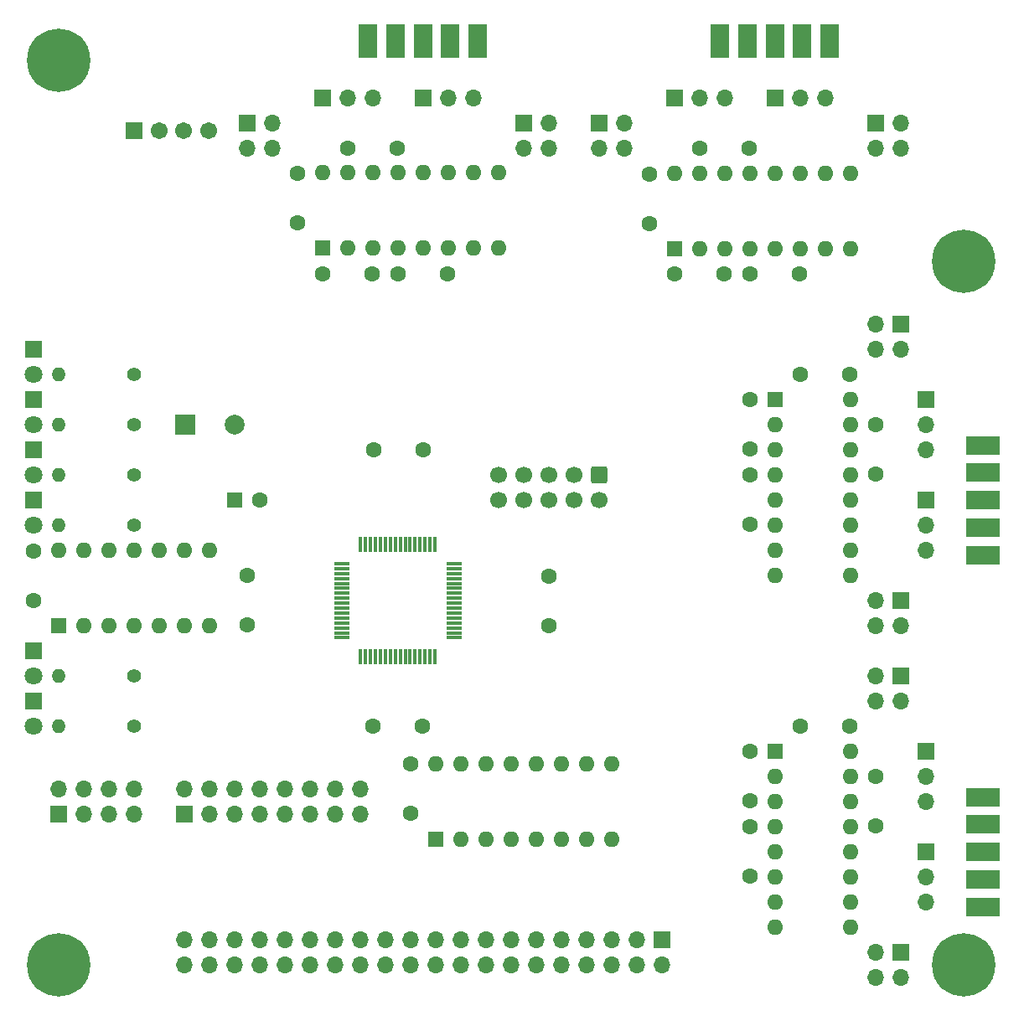
<source format=gts>
G04 #@! TF.GenerationSoftware,KiCad,Pcbnew,8.0.4*
G04 #@! TF.CreationDate,2024-09-22T21:35:36-05:00*
G04 #@! TF.ProjectId,QuadCom_8b,51756164-436f-46d5-9f38-622e6b696361,rev?*
G04 #@! TF.SameCoordinates,Original*
G04 #@! TF.FileFunction,Soldermask,Top*
G04 #@! TF.FilePolarity,Negative*
%FSLAX46Y46*%
G04 Gerber Fmt 4.6, Leading zero omitted, Abs format (unit mm)*
G04 Created by KiCad (PCBNEW 8.0.4) date 2024-09-22 21:35:36*
%MOMM*%
%LPD*%
G01*
G04 APERTURE LIST*
G04 Aperture macros list*
%AMRoundRect*
0 Rectangle with rounded corners*
0 $1 Rounding radius*
0 $2 $3 $4 $5 $6 $7 $8 $9 X,Y pos of 4 corners*
0 Add a 4 corners polygon primitive as box body*
4,1,4,$2,$3,$4,$5,$6,$7,$8,$9,$2,$3,0*
0 Add four circle primitives for the rounded corners*
1,1,$1+$1,$2,$3*
1,1,$1+$1,$4,$5*
1,1,$1+$1,$6,$7*
1,1,$1+$1,$8,$9*
0 Add four rect primitives between the rounded corners*
20,1,$1+$1,$2,$3,$4,$5,0*
20,1,$1+$1,$4,$5,$6,$7,0*
20,1,$1+$1,$6,$7,$8,$9,0*
20,1,$1+$1,$8,$9,$2,$3,0*%
G04 Aperture macros list end*
%ADD10C,0.800000*%
%ADD11C,6.400000*%
%ADD12R,1.700000X1.700000*%
%ADD13O,1.700000X1.700000*%
%ADD14R,1.600000X1.600000*%
%ADD15O,1.600000X1.600000*%
%ADD16C,1.400000*%
%ADD17O,1.400000X1.400000*%
%ADD18C,1.600000*%
%ADD19RoundRect,0.250000X-0.600000X0.600000X-0.600000X-0.600000X0.600000X-0.600000X0.600000X0.600000X0*%
%ADD20C,1.700000*%
%ADD21R,1.800000X1.800000*%
%ADD22C,1.800000*%
%ADD23R,3.480000X1.846667*%
%ADD24R,2.000000X2.000000*%
%ADD25C,2.000000*%
%ADD26R,1.846667X3.480000*%
%ADD27RoundRect,0.102000X0.754000X0.754000X-0.754000X0.754000X-0.754000X-0.754000X0.754000X-0.754000X0*%
%ADD28C,1.712000*%
%ADD29RoundRect,0.075000X0.075000X-0.700000X0.075000X0.700000X-0.075000X0.700000X-0.075000X-0.700000X0*%
%ADD30RoundRect,0.075000X0.700000X-0.075000X0.700000X0.075000X-0.700000X0.075000X-0.700000X-0.075000X0*%
G04 APERTURE END LIST*
D10*
X169050000Y-52070000D03*
X169752944Y-50372944D03*
X169752944Y-53767056D03*
X171450000Y-49670000D03*
D11*
X171450000Y-52070000D03*
D10*
X171450000Y-54470000D03*
X173147056Y-50372944D03*
X173147056Y-53767056D03*
X173850000Y-52070000D03*
D12*
X167640000Y-66040000D03*
D13*
X167640000Y-68580000D03*
X167640000Y-71120000D03*
D12*
X99060000Y-38100000D03*
D13*
X101600000Y-38100000D03*
X99060000Y-40640000D03*
X101600000Y-40640000D03*
D14*
X80010000Y-88900000D03*
D15*
X82550000Y-88900000D03*
X85089999Y-88900000D03*
X87630000Y-88900000D03*
X90170000Y-88900000D03*
X92710000Y-88900000D03*
X95250000Y-88900000D03*
X95250000Y-81280000D03*
X92710000Y-81280000D03*
X90170000Y-81280000D03*
X87630000Y-81280000D03*
X85090000Y-81280000D03*
X82550000Y-81280000D03*
X80010000Y-81280000D03*
D16*
X87630000Y-68580000D03*
D17*
X80010000Y-68580000D03*
D12*
X116840000Y-35560000D03*
D13*
X119380000Y-35560000D03*
X121919999Y-35560000D03*
D18*
X129540000Y-88900000D03*
X129540000Y-83900000D03*
X162550000Y-104140000D03*
X162550000Y-109140000D03*
X115570000Y-102870000D03*
X115570000Y-107870000D03*
D19*
X134620000Y-73660000D03*
D20*
X134620000Y-76200000D03*
X132080000Y-73660000D03*
X132080000Y-76200000D03*
X129540000Y-73660000D03*
X129540000Y-76200000D03*
X127000000Y-73660000D03*
X127000000Y-76200000D03*
X124460000Y-73660000D03*
X124460000Y-76200000D03*
D10*
X169050000Y-123190000D03*
X169752944Y-121492944D03*
X169752944Y-124887056D03*
X171450000Y-120790000D03*
D11*
X171450000Y-123190000D03*
D10*
X171450000Y-125590000D03*
X173147056Y-121492944D03*
X173147056Y-124887056D03*
X173850000Y-123190000D03*
D14*
X152400000Y-101600000D03*
D15*
X152400000Y-104140000D03*
X152400000Y-106679999D03*
X152400000Y-109220000D03*
X152400000Y-111760000D03*
X152400000Y-114300000D03*
X152400000Y-116840000D03*
X152400000Y-119380001D03*
X160020000Y-119380000D03*
X160020000Y-116840000D03*
X160020000Y-114300000D03*
X160020000Y-111760000D03*
X160020000Y-109220000D03*
X160020000Y-106680000D03*
X160020000Y-104140000D03*
X160020000Y-101600000D03*
D21*
X77470000Y-91440000D03*
D22*
X77470000Y-93980000D03*
D12*
X167640000Y-101600000D03*
D13*
X167640000Y-104140000D03*
X167640000Y-106680000D03*
D18*
X111680000Y-53340000D03*
X106680000Y-53340000D03*
D12*
X92710000Y-107950000D03*
D13*
X92710000Y-105410000D03*
X95250000Y-107950000D03*
X95250000Y-105410000D03*
X97789999Y-107950000D03*
X97790000Y-105410000D03*
X100330000Y-107950000D03*
X100330000Y-105410000D03*
X102870000Y-107950000D03*
X102870000Y-105410000D03*
X105410000Y-107950000D03*
X105410000Y-105410000D03*
X107950000Y-107950000D03*
X107950000Y-105410000D03*
X110490001Y-107950000D03*
X110490000Y-105410000D03*
D12*
X152400000Y-35560000D03*
D13*
X154940000Y-35560000D03*
X157479999Y-35560000D03*
D21*
X77470000Y-66040000D03*
D22*
X77470000Y-68580000D03*
D23*
X173377500Y-117300001D03*
X173377500Y-114530000D03*
X173377500Y-111760000D03*
X173377500Y-108990000D03*
X173377500Y-106219999D03*
D14*
X118110000Y-110490000D03*
D15*
X120650000Y-110490000D03*
X123189999Y-110490000D03*
X125730000Y-110490000D03*
X128270000Y-110490000D03*
X130810000Y-110490000D03*
X133350000Y-110490000D03*
X135890001Y-110490000D03*
X135890000Y-102870000D03*
X133350000Y-102870000D03*
X130810000Y-102870000D03*
X128270000Y-102870000D03*
X125730000Y-102870000D03*
X123190000Y-102870000D03*
X120650000Y-102870000D03*
X118110000Y-102870000D03*
D12*
X106680000Y-35560000D03*
D13*
X109220000Y-35560000D03*
X111759999Y-35560000D03*
D24*
X92790000Y-68580000D03*
D25*
X97790000Y-68580000D03*
D26*
X122380001Y-29822500D03*
X119610000Y-29822500D03*
X116840000Y-29822500D03*
X114070000Y-29822500D03*
X111299999Y-29822500D03*
D18*
X162550000Y-68580000D03*
X162550000Y-73580000D03*
D21*
X77470000Y-60960000D03*
D22*
X77470000Y-63500000D03*
D16*
X87630000Y-78740000D03*
D17*
X80010000Y-78740000D03*
D16*
X87630000Y-63500000D03*
D17*
X80010000Y-63500000D03*
D21*
X77470000Y-76200000D03*
D22*
X77470000Y-78740000D03*
D12*
X165100000Y-93980000D03*
D13*
X165100000Y-96520000D03*
X162560000Y-93980000D03*
X162560000Y-96520000D03*
D10*
X77610000Y-123190000D03*
X78312944Y-121492944D03*
X78312944Y-124887056D03*
X80010000Y-120790000D03*
D11*
X80010000Y-123190000D03*
D10*
X80010000Y-125590000D03*
X81707056Y-121492944D03*
X81707056Y-124887056D03*
X82410000Y-123190000D03*
D18*
X147240000Y-53340000D03*
X142240000Y-53340000D03*
D12*
X80010000Y-107950000D03*
D13*
X80010000Y-105410000D03*
X82550000Y-107950000D03*
X82550000Y-105410000D03*
X85089999Y-107950000D03*
X85090000Y-105410000D03*
X87630000Y-107950000D03*
X87630000Y-105410000D03*
D12*
X134620000Y-38100000D03*
D13*
X137160000Y-38100000D03*
X134620000Y-40640000D03*
X137160000Y-40640000D03*
D18*
X149850000Y-71040000D03*
X149850000Y-66040000D03*
D12*
X165100000Y-121920000D03*
D13*
X165100000Y-124460000D03*
X162560000Y-121920000D03*
X162560000Y-124460000D03*
D12*
X167640000Y-111760000D03*
D13*
X167640000Y-114300000D03*
X167640000Y-116840000D03*
D12*
X127000000Y-38100000D03*
D13*
X129540000Y-38100000D03*
X127000000Y-40640000D03*
X129540000Y-40640000D03*
D27*
X87690000Y-38839999D03*
D28*
X90190000Y-38839999D03*
X92690000Y-38839999D03*
X95190000Y-38839999D03*
D18*
X104140000Y-48180000D03*
X104140000Y-43180000D03*
D12*
X142240000Y-35560000D03*
D13*
X144780000Y-35560000D03*
X147319999Y-35560000D03*
D18*
X154970000Y-99045000D03*
X159970000Y-99045000D03*
D14*
X142240000Y-50800000D03*
D15*
X144780000Y-50800000D03*
X147319999Y-50800000D03*
X149860000Y-50800000D03*
X152400000Y-50800000D03*
X154940000Y-50800000D03*
X157480000Y-50800000D03*
X160020001Y-50800000D03*
X160020000Y-43180000D03*
X157480000Y-43180000D03*
X154940000Y-43180000D03*
X152400000Y-43180000D03*
X149860000Y-43180000D03*
X147320000Y-43180000D03*
X144780000Y-43180000D03*
X142240000Y-43180000D03*
D12*
X162560000Y-38100000D03*
D13*
X165100000Y-38100000D03*
X162560000Y-40640000D03*
X165100000Y-40640000D03*
D18*
X139700000Y-48220000D03*
X139700000Y-43220000D03*
X119300000Y-53340000D03*
X114300000Y-53340000D03*
D16*
X87630000Y-73660000D03*
D17*
X80010000Y-73660000D03*
D14*
X97830000Y-76200000D03*
D18*
X100330000Y-76200000D03*
D12*
X167640000Y-76200000D03*
D13*
X167640000Y-78740000D03*
X167640000Y-81280000D03*
D26*
X157940001Y-29822500D03*
X155170000Y-29822500D03*
X152400000Y-29822500D03*
X149630000Y-29822500D03*
X146859999Y-29822500D03*
D18*
X109220000Y-40640000D03*
X114220000Y-40640000D03*
X154860000Y-53340000D03*
X149860000Y-53340000D03*
D12*
X165100000Y-86360000D03*
D13*
X165100000Y-88900000D03*
X162560000Y-86360000D03*
X162560000Y-88900000D03*
D16*
X87630000Y-99060000D03*
D17*
X80010000Y-99060000D03*
D14*
X152400000Y-66040000D03*
D15*
X152400000Y-68580000D03*
X152400000Y-71119999D03*
X152400000Y-73660000D03*
X152400000Y-76200000D03*
X152400000Y-78740000D03*
X152400000Y-81280000D03*
X152400000Y-83820001D03*
X160020000Y-83820000D03*
X160020000Y-81280000D03*
X160020000Y-78740000D03*
X160020000Y-76200000D03*
X160020000Y-73660000D03*
X160020000Y-71120000D03*
X160020000Y-68580000D03*
X160020000Y-66040000D03*
D12*
X140970000Y-120650000D03*
D13*
X140970000Y-123190000D03*
X138430000Y-120650000D03*
X138430000Y-123190000D03*
X135890001Y-120650000D03*
X135890000Y-123190000D03*
X133350000Y-120650000D03*
X133350000Y-123190000D03*
X130810000Y-120650000D03*
X130810000Y-123190000D03*
X128270000Y-120650000D03*
X128270000Y-123190000D03*
X125730000Y-120650000D03*
X125730000Y-123190000D03*
X123189999Y-120650000D03*
X123190000Y-123190000D03*
X120650000Y-120650000D03*
X120650000Y-123190000D03*
X118110000Y-120650000D03*
X118110000Y-123190000D03*
X115570000Y-120650000D03*
X115570000Y-123190000D03*
X113030001Y-120650000D03*
X113030000Y-123190000D03*
X110490000Y-120650000D03*
X110490000Y-123190000D03*
X107950000Y-120650000D03*
X107950000Y-123190000D03*
X105410000Y-120650000D03*
X105410000Y-123190000D03*
X102870001Y-120650000D03*
X102870000Y-123190000D03*
X100329999Y-120650000D03*
X100330000Y-123190000D03*
X97790000Y-120650000D03*
X97790000Y-123190000D03*
X95250000Y-120650000D03*
X95250000Y-123190000D03*
X92710000Y-120650000D03*
X92710000Y-123190000D03*
D21*
X77470000Y-96520000D03*
D22*
X77470000Y-99060000D03*
D18*
X149850000Y-106600000D03*
X149850000Y-101600000D03*
X149850000Y-114220000D03*
X149850000Y-109220000D03*
D29*
X110550001Y-92035000D03*
X111050000Y-92035000D03*
X111550000Y-92035000D03*
X112050000Y-92035000D03*
X112550000Y-92035000D03*
X113050001Y-92035000D03*
X113550000Y-92035000D03*
X114050000Y-92035000D03*
X114550000Y-92035000D03*
X115050000Y-92035000D03*
X115549999Y-92035000D03*
X116050000Y-92035000D03*
X116550000Y-92035000D03*
X117050000Y-92035000D03*
X117550000Y-92035000D03*
X118049999Y-92035000D03*
D30*
X119975000Y-90109999D03*
X119975000Y-89610000D03*
X119975000Y-89110000D03*
X119975000Y-88610000D03*
X119975000Y-88110000D03*
X119975000Y-87609999D03*
X119975000Y-87110000D03*
X119975000Y-86610000D03*
X119975000Y-86110000D03*
X119975000Y-85610000D03*
X119975000Y-85110001D03*
X119975000Y-84610000D03*
X119975000Y-84110000D03*
X119975000Y-83610000D03*
X119975000Y-83110000D03*
X119975000Y-82610001D03*
D29*
X118049999Y-80685000D03*
X117550000Y-80685000D03*
X117050000Y-80685000D03*
X116550000Y-80685000D03*
X116050000Y-80685000D03*
X115549999Y-80685000D03*
X115050000Y-80685000D03*
X114550000Y-80685000D03*
X114050000Y-80685000D03*
X113550000Y-80685000D03*
X113050001Y-80685000D03*
X112550000Y-80685000D03*
X112050000Y-80685000D03*
X111550000Y-80685000D03*
X111050000Y-80685000D03*
X110550001Y-80685000D03*
D30*
X108625000Y-82610001D03*
X108625000Y-83110000D03*
X108625000Y-83610000D03*
X108625000Y-84110000D03*
X108625000Y-84610000D03*
X108625000Y-85110001D03*
X108625000Y-85610000D03*
X108625000Y-86110000D03*
X108625000Y-86610000D03*
X108625000Y-87110000D03*
X108625000Y-87609999D03*
X108625000Y-88110000D03*
X108625000Y-88610000D03*
X108625000Y-89110000D03*
X108625000Y-89610000D03*
X108625000Y-90109999D03*
D14*
X106680000Y-50720000D03*
D15*
X109220000Y-50720000D03*
X111759999Y-50720000D03*
X114300000Y-50720000D03*
X116840000Y-50720000D03*
X119380000Y-50720000D03*
X121920000Y-50720000D03*
X124460001Y-50720000D03*
X124460000Y-43100000D03*
X121920000Y-43100000D03*
X119380000Y-43100000D03*
X116840000Y-43100000D03*
X114300000Y-43100000D03*
X111760000Y-43100000D03*
X109220000Y-43100000D03*
X106680000Y-43100000D03*
D18*
X111760000Y-99060000D03*
X116760000Y-99060000D03*
D12*
X165100000Y-58420000D03*
D13*
X165100000Y-60960000D03*
X162560000Y-58420000D03*
X162560000Y-60960000D03*
D21*
X77470000Y-71120000D03*
D22*
X77470000Y-73660000D03*
D18*
X99060000Y-83820000D03*
X99060000Y-88820000D03*
D16*
X87630000Y-93980000D03*
D17*
X80010000Y-93980000D03*
D18*
X144780000Y-40640000D03*
X149780000Y-40640000D03*
D10*
X77610000Y-31750000D03*
X78312944Y-30052944D03*
X78312944Y-33447056D03*
X80010000Y-29350000D03*
D11*
X80010000Y-31750000D03*
D10*
X80010000Y-34150000D03*
X81707056Y-30052944D03*
X81707056Y-33447056D03*
X82410000Y-31750000D03*
D18*
X154970000Y-63485000D03*
X159970000Y-63485000D03*
D23*
X173377500Y-81740001D03*
X173377500Y-78970000D03*
X173377500Y-76200000D03*
X173377500Y-73430000D03*
X173377500Y-70659999D03*
D18*
X77470000Y-81360000D03*
X77470000Y-86360000D03*
X116840000Y-71120000D03*
X111840000Y-71120000D03*
X149850000Y-78660000D03*
X149850000Y-73660000D03*
M02*

</source>
